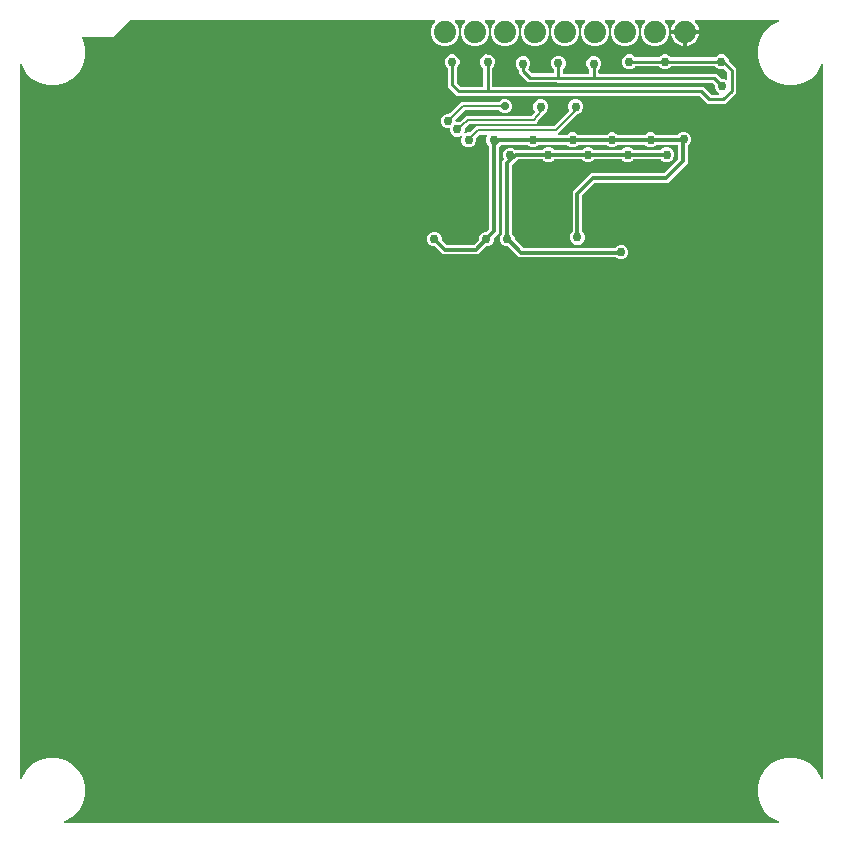
<source format=gbr>
G04 EAGLE Gerber RS-274X export*
G75*
%MOMM*%
%FSLAX34Y34*%
%LPD*%
%INBottom Copper*%
%IPPOS*%
%AMOC8*
5,1,8,0,0,1.08239X$1,22.5*%
G01*
%ADD10C,1.879600*%
%ADD11C,0.750000*%
%ADD12C,0.200000*%
%ADD13C,0.254000*%
%ADD14C,0.304800*%
%ADD15C,0.508000*%
%ADD16C,0.700000*%

G36*
X651900Y10165D02*
X651900Y10165D01*
X651924Y10162D01*
X652021Y10184D01*
X652119Y10200D01*
X652141Y10212D01*
X652164Y10217D01*
X652249Y10269D01*
X652337Y10316D01*
X652353Y10333D01*
X652374Y10346D01*
X652438Y10422D01*
X652506Y10494D01*
X652516Y10516D01*
X652532Y10534D01*
X652568Y10627D01*
X652610Y10717D01*
X652612Y10741D01*
X652621Y10763D01*
X652626Y10863D01*
X652637Y10961D01*
X652632Y10985D01*
X652633Y11009D01*
X652606Y11105D01*
X652584Y11202D01*
X652572Y11222D01*
X652565Y11246D01*
X652509Y11328D01*
X652458Y11413D01*
X652440Y11429D01*
X652426Y11448D01*
X652347Y11508D01*
X652271Y11573D01*
X652249Y11582D01*
X652230Y11596D01*
X652073Y11657D01*
X651823Y11724D01*
X645516Y15366D01*
X640366Y20516D01*
X636724Y26823D01*
X634839Y33858D01*
X634839Y41142D01*
X636724Y48177D01*
X640366Y54484D01*
X645516Y59634D01*
X651823Y63276D01*
X658858Y65161D01*
X666142Y65161D01*
X673177Y63276D01*
X679484Y59634D01*
X684634Y54484D01*
X688276Y48177D01*
X688343Y47927D01*
X688353Y47904D01*
X688357Y47881D01*
X688403Y47793D01*
X688444Y47702D01*
X688460Y47685D01*
X688472Y47663D01*
X688544Y47595D01*
X688611Y47522D01*
X688632Y47511D01*
X688650Y47494D01*
X688740Y47452D01*
X688827Y47405D01*
X688851Y47401D01*
X688873Y47390D01*
X688972Y47379D01*
X689070Y47362D01*
X689094Y47366D01*
X689117Y47363D01*
X689215Y47384D01*
X689313Y47399D01*
X689334Y47410D01*
X689358Y47416D01*
X689443Y47466D01*
X689531Y47512D01*
X689548Y47529D01*
X689569Y47542D01*
X689634Y47617D01*
X689703Y47689D01*
X689713Y47710D01*
X689729Y47729D01*
X689766Y47821D01*
X689809Y47910D01*
X689812Y47934D01*
X689821Y47957D01*
X689839Y48124D01*
X689839Y651876D01*
X689835Y651900D01*
X689838Y651924D01*
X689816Y652021D01*
X689800Y652119D01*
X689788Y652141D01*
X689783Y652164D01*
X689731Y652249D01*
X689684Y652337D01*
X689667Y652353D01*
X689654Y652374D01*
X689578Y652438D01*
X689506Y652506D01*
X689484Y652516D01*
X689466Y652532D01*
X689373Y652568D01*
X689283Y652610D01*
X689259Y652612D01*
X689237Y652621D01*
X689137Y652626D01*
X689039Y652637D01*
X689015Y652632D01*
X688991Y652633D01*
X688895Y652606D01*
X688798Y652584D01*
X688778Y652572D01*
X688754Y652565D01*
X688672Y652509D01*
X688587Y652458D01*
X688571Y652440D01*
X688552Y652426D01*
X688492Y652347D01*
X688427Y652271D01*
X688418Y652249D01*
X688404Y652230D01*
X688343Y652073D01*
X688276Y651823D01*
X684634Y645516D01*
X679484Y640366D01*
X673177Y636724D01*
X666142Y634839D01*
X658858Y634839D01*
X651823Y636724D01*
X645516Y640366D01*
X640366Y645516D01*
X636724Y651823D01*
X634839Y658858D01*
X634839Y666142D01*
X636724Y673177D01*
X640366Y679484D01*
X645516Y684634D01*
X651823Y688276D01*
X652073Y688343D01*
X652096Y688353D01*
X652119Y688357D01*
X652207Y688403D01*
X652298Y688444D01*
X652315Y688460D01*
X652337Y688472D01*
X652405Y688544D01*
X652478Y688611D01*
X652489Y688632D01*
X652506Y688650D01*
X652548Y688740D01*
X652595Y688827D01*
X652599Y688851D01*
X652610Y688873D01*
X652621Y688972D01*
X652638Y689070D01*
X652634Y689094D01*
X652637Y689117D01*
X652616Y689215D01*
X652601Y689313D01*
X652590Y689334D01*
X652584Y689358D01*
X652534Y689443D01*
X652488Y689531D01*
X652471Y689548D01*
X652458Y689569D01*
X652383Y689634D01*
X652311Y689703D01*
X652290Y689713D01*
X652271Y689729D01*
X652179Y689766D01*
X652090Y689809D01*
X652066Y689812D01*
X652043Y689821D01*
X651876Y689839D01*
X582082Y689839D01*
X582012Y689828D01*
X581940Y689826D01*
X581891Y689808D01*
X581840Y689800D01*
X581776Y689766D01*
X581709Y689741D01*
X581668Y689709D01*
X581622Y689684D01*
X581573Y689632D01*
X581517Y689588D01*
X581489Y689544D01*
X581453Y689506D01*
X581423Y689441D01*
X581384Y689381D01*
X581371Y689330D01*
X581349Y689283D01*
X581341Y689212D01*
X581324Y689142D01*
X581328Y689090D01*
X581322Y689039D01*
X581337Y688968D01*
X581343Y688897D01*
X581363Y688849D01*
X581374Y688798D01*
X581411Y688737D01*
X581439Y688671D01*
X581484Y688615D01*
X581501Y688587D01*
X581518Y688572D01*
X581544Y688540D01*
X582306Y687778D01*
X583411Y686257D01*
X584264Y684583D01*
X584845Y682796D01*
X585046Y681523D01*
X573962Y681523D01*
X573942Y681520D01*
X573923Y681522D01*
X573821Y681500D01*
X573719Y681483D01*
X573702Y681474D01*
X573682Y681470D01*
X573593Y681417D01*
X573502Y681368D01*
X573488Y681354D01*
X573471Y681344D01*
X573404Y681265D01*
X573333Y681190D01*
X573324Y681172D01*
X573311Y681157D01*
X573273Y681061D01*
X573229Y680967D01*
X573227Y680947D01*
X573219Y680929D01*
X573201Y680762D01*
X573201Y679999D01*
X573199Y679999D01*
X573199Y680762D01*
X573196Y680782D01*
X573198Y680801D01*
X573176Y680903D01*
X573159Y681005D01*
X573150Y681022D01*
X573146Y681042D01*
X573093Y681131D01*
X573044Y681222D01*
X573030Y681236D01*
X573020Y681253D01*
X572941Y681320D01*
X572866Y681391D01*
X572848Y681400D01*
X572833Y681413D01*
X572737Y681452D01*
X572643Y681495D01*
X572623Y681497D01*
X572605Y681505D01*
X572438Y681523D01*
X561354Y681523D01*
X561555Y682796D01*
X562136Y684583D01*
X562989Y686257D01*
X564094Y687778D01*
X564856Y688540D01*
X564898Y688598D01*
X564947Y688650D01*
X564969Y688697D01*
X564999Y688739D01*
X565020Y688808D01*
X565051Y688873D01*
X565056Y688925D01*
X565072Y688975D01*
X565070Y689046D01*
X565078Y689117D01*
X565067Y689168D01*
X565065Y689220D01*
X565041Y689288D01*
X565026Y689358D01*
X564999Y689403D01*
X564981Y689451D01*
X564936Y689507D01*
X564899Y689569D01*
X564860Y689603D01*
X564827Y689643D01*
X564767Y689682D01*
X564712Y689729D01*
X564664Y689748D01*
X564620Y689776D01*
X564551Y689794D01*
X564484Y689821D01*
X564413Y689829D01*
X564382Y689837D01*
X564358Y689835D01*
X564318Y689839D01*
X556682Y689839D01*
X556612Y689828D01*
X556540Y689826D01*
X556491Y689808D01*
X556440Y689800D01*
X556376Y689766D01*
X556309Y689741D01*
X556268Y689709D01*
X556222Y689684D01*
X556173Y689632D01*
X556117Y689588D01*
X556089Y689544D01*
X556053Y689506D01*
X556023Y689441D01*
X555984Y689381D01*
X555971Y689330D01*
X555949Y689283D01*
X555941Y689212D01*
X555924Y689142D01*
X555928Y689090D01*
X555922Y689039D01*
X555937Y688968D01*
X555943Y688897D01*
X555963Y688849D01*
X555974Y688798D01*
X556011Y688737D01*
X556039Y688671D01*
X556084Y688615D01*
X556101Y688587D01*
X556118Y688572D01*
X556144Y688540D01*
X557921Y686763D01*
X559739Y682375D01*
X559739Y677625D01*
X557921Y673237D01*
X554563Y669879D01*
X550175Y668061D01*
X545425Y668061D01*
X541037Y669879D01*
X537679Y673237D01*
X535861Y677625D01*
X535861Y682375D01*
X537679Y686763D01*
X539456Y688540D01*
X539498Y688598D01*
X539547Y688650D01*
X539569Y688697D01*
X539599Y688739D01*
X539620Y688808D01*
X539651Y688873D01*
X539656Y688925D01*
X539672Y688975D01*
X539670Y689046D01*
X539678Y689117D01*
X539667Y689168D01*
X539665Y689220D01*
X539641Y689288D01*
X539626Y689358D01*
X539599Y689403D01*
X539581Y689451D01*
X539536Y689507D01*
X539499Y689569D01*
X539460Y689603D01*
X539427Y689643D01*
X539367Y689682D01*
X539312Y689729D01*
X539264Y689748D01*
X539220Y689776D01*
X539151Y689794D01*
X539084Y689821D01*
X539013Y689829D01*
X538982Y689837D01*
X538958Y689835D01*
X538918Y689839D01*
X531282Y689839D01*
X531212Y689828D01*
X531140Y689826D01*
X531091Y689808D01*
X531040Y689800D01*
X530976Y689766D01*
X530909Y689741D01*
X530868Y689709D01*
X530822Y689684D01*
X530773Y689632D01*
X530717Y689588D01*
X530689Y689544D01*
X530653Y689506D01*
X530623Y689441D01*
X530584Y689381D01*
X530571Y689330D01*
X530549Y689283D01*
X530541Y689212D01*
X530524Y689142D01*
X530528Y689090D01*
X530522Y689039D01*
X530537Y688968D01*
X530543Y688897D01*
X530563Y688849D01*
X530574Y688798D01*
X530611Y688737D01*
X530639Y688671D01*
X530684Y688615D01*
X530701Y688587D01*
X530718Y688572D01*
X530744Y688540D01*
X532521Y686763D01*
X534339Y682375D01*
X534339Y677625D01*
X532521Y673237D01*
X529163Y669879D01*
X524775Y668061D01*
X520025Y668061D01*
X515637Y669879D01*
X512279Y673237D01*
X510461Y677625D01*
X510461Y682375D01*
X512279Y686763D01*
X514056Y688540D01*
X514098Y688598D01*
X514147Y688650D01*
X514169Y688697D01*
X514199Y688739D01*
X514220Y688808D01*
X514251Y688873D01*
X514256Y688925D01*
X514272Y688975D01*
X514270Y689046D01*
X514278Y689117D01*
X514267Y689168D01*
X514265Y689220D01*
X514241Y689288D01*
X514226Y689358D01*
X514199Y689403D01*
X514181Y689451D01*
X514136Y689507D01*
X514099Y689569D01*
X514060Y689603D01*
X514027Y689643D01*
X513967Y689682D01*
X513912Y689729D01*
X513864Y689748D01*
X513820Y689776D01*
X513751Y689794D01*
X513684Y689821D01*
X513613Y689829D01*
X513582Y689837D01*
X513558Y689835D01*
X513518Y689839D01*
X505882Y689839D01*
X505812Y689828D01*
X505740Y689826D01*
X505691Y689808D01*
X505640Y689800D01*
X505576Y689766D01*
X505509Y689741D01*
X505468Y689709D01*
X505422Y689684D01*
X505373Y689632D01*
X505317Y689588D01*
X505289Y689544D01*
X505253Y689506D01*
X505223Y689441D01*
X505184Y689381D01*
X505171Y689330D01*
X505149Y689283D01*
X505141Y689212D01*
X505124Y689142D01*
X505128Y689090D01*
X505122Y689039D01*
X505137Y688968D01*
X505143Y688897D01*
X505163Y688849D01*
X505174Y688798D01*
X505211Y688737D01*
X505239Y688671D01*
X505284Y688615D01*
X505301Y688587D01*
X505318Y688572D01*
X505344Y688540D01*
X507121Y686763D01*
X508939Y682375D01*
X508939Y677625D01*
X507121Y673237D01*
X503763Y669879D01*
X499375Y668061D01*
X494625Y668061D01*
X490237Y669879D01*
X486879Y673237D01*
X485061Y677625D01*
X485061Y682375D01*
X486879Y686763D01*
X488656Y688540D01*
X488698Y688598D01*
X488747Y688650D01*
X488769Y688697D01*
X488799Y688739D01*
X488820Y688808D01*
X488851Y688873D01*
X488856Y688925D01*
X488872Y688975D01*
X488870Y689046D01*
X488878Y689117D01*
X488867Y689168D01*
X488865Y689220D01*
X488841Y689288D01*
X488826Y689358D01*
X488799Y689403D01*
X488781Y689451D01*
X488736Y689507D01*
X488699Y689569D01*
X488660Y689603D01*
X488627Y689643D01*
X488567Y689682D01*
X488512Y689729D01*
X488464Y689748D01*
X488420Y689776D01*
X488351Y689794D01*
X488284Y689821D01*
X488213Y689829D01*
X488182Y689837D01*
X488158Y689835D01*
X488118Y689839D01*
X480482Y689839D01*
X480412Y689828D01*
X480340Y689826D01*
X480291Y689808D01*
X480240Y689800D01*
X480176Y689766D01*
X480109Y689741D01*
X480068Y689709D01*
X480022Y689684D01*
X479973Y689632D01*
X479917Y689588D01*
X479889Y689544D01*
X479853Y689506D01*
X479823Y689441D01*
X479784Y689381D01*
X479771Y689330D01*
X479749Y689283D01*
X479741Y689212D01*
X479724Y689142D01*
X479728Y689090D01*
X479722Y689039D01*
X479737Y688968D01*
X479743Y688897D01*
X479763Y688849D01*
X479774Y688798D01*
X479811Y688737D01*
X479839Y688671D01*
X479884Y688615D01*
X479901Y688587D01*
X479918Y688572D01*
X479944Y688540D01*
X481721Y686763D01*
X483539Y682375D01*
X483539Y677625D01*
X481721Y673237D01*
X478363Y669879D01*
X473975Y668061D01*
X469225Y668061D01*
X464837Y669879D01*
X461479Y673237D01*
X459661Y677625D01*
X459661Y682375D01*
X461479Y686763D01*
X463256Y688540D01*
X463298Y688598D01*
X463347Y688650D01*
X463369Y688697D01*
X463399Y688739D01*
X463420Y688808D01*
X463451Y688873D01*
X463456Y688925D01*
X463472Y688975D01*
X463470Y689046D01*
X463478Y689117D01*
X463467Y689168D01*
X463465Y689220D01*
X463441Y689288D01*
X463426Y689358D01*
X463399Y689403D01*
X463381Y689451D01*
X463336Y689507D01*
X463299Y689569D01*
X463260Y689603D01*
X463227Y689643D01*
X463167Y689682D01*
X463112Y689729D01*
X463064Y689748D01*
X463020Y689776D01*
X462951Y689794D01*
X462884Y689821D01*
X462813Y689829D01*
X462782Y689837D01*
X462758Y689835D01*
X462718Y689839D01*
X455082Y689839D01*
X455012Y689828D01*
X454940Y689826D01*
X454891Y689808D01*
X454840Y689800D01*
X454776Y689766D01*
X454709Y689741D01*
X454668Y689709D01*
X454622Y689684D01*
X454573Y689632D01*
X454517Y689588D01*
X454489Y689544D01*
X454453Y689506D01*
X454423Y689441D01*
X454384Y689381D01*
X454371Y689330D01*
X454349Y689283D01*
X454341Y689212D01*
X454324Y689142D01*
X454328Y689090D01*
X454322Y689039D01*
X454337Y688968D01*
X454343Y688897D01*
X454363Y688849D01*
X454374Y688798D01*
X454411Y688737D01*
X454439Y688671D01*
X454484Y688615D01*
X454501Y688587D01*
X454518Y688572D01*
X454544Y688540D01*
X456321Y686763D01*
X458139Y682375D01*
X458139Y677625D01*
X456321Y673237D01*
X452963Y669879D01*
X448575Y668061D01*
X443825Y668061D01*
X439437Y669879D01*
X436079Y673237D01*
X434261Y677625D01*
X434261Y682375D01*
X436079Y686763D01*
X437856Y688540D01*
X437898Y688598D01*
X437947Y688650D01*
X437969Y688697D01*
X437999Y688739D01*
X438020Y688808D01*
X438051Y688873D01*
X438056Y688925D01*
X438072Y688975D01*
X438070Y689046D01*
X438078Y689117D01*
X438067Y689168D01*
X438065Y689220D01*
X438041Y689288D01*
X438026Y689358D01*
X437999Y689403D01*
X437981Y689451D01*
X437936Y689507D01*
X437899Y689569D01*
X437860Y689603D01*
X437827Y689643D01*
X437767Y689682D01*
X437712Y689729D01*
X437664Y689748D01*
X437620Y689776D01*
X437551Y689794D01*
X437484Y689821D01*
X437413Y689829D01*
X437382Y689837D01*
X437358Y689835D01*
X437318Y689839D01*
X429682Y689839D01*
X429612Y689828D01*
X429540Y689826D01*
X429491Y689808D01*
X429440Y689800D01*
X429376Y689766D01*
X429309Y689741D01*
X429268Y689709D01*
X429222Y689684D01*
X429173Y689632D01*
X429117Y689588D01*
X429089Y689544D01*
X429053Y689506D01*
X429023Y689441D01*
X428984Y689381D01*
X428971Y689330D01*
X428949Y689283D01*
X428941Y689212D01*
X428924Y689142D01*
X428928Y689090D01*
X428922Y689039D01*
X428937Y688968D01*
X428943Y688897D01*
X428963Y688849D01*
X428974Y688798D01*
X429011Y688737D01*
X429039Y688671D01*
X429084Y688615D01*
X429101Y688587D01*
X429118Y688572D01*
X429144Y688540D01*
X430921Y686763D01*
X432739Y682375D01*
X432739Y677625D01*
X430921Y673237D01*
X427563Y669879D01*
X423175Y668061D01*
X418425Y668061D01*
X414037Y669879D01*
X410679Y673237D01*
X408861Y677625D01*
X408861Y682375D01*
X410679Y686763D01*
X412456Y688540D01*
X412498Y688598D01*
X412547Y688650D01*
X412569Y688697D01*
X412599Y688739D01*
X412620Y688808D01*
X412651Y688873D01*
X412656Y688925D01*
X412672Y688975D01*
X412670Y689046D01*
X412678Y689117D01*
X412667Y689168D01*
X412665Y689220D01*
X412641Y689288D01*
X412626Y689358D01*
X412599Y689403D01*
X412581Y689451D01*
X412536Y689507D01*
X412499Y689569D01*
X412460Y689603D01*
X412427Y689643D01*
X412367Y689682D01*
X412312Y689729D01*
X412264Y689748D01*
X412220Y689776D01*
X412151Y689794D01*
X412084Y689821D01*
X412013Y689829D01*
X411982Y689837D01*
X411958Y689835D01*
X411918Y689839D01*
X404282Y689839D01*
X404212Y689828D01*
X404140Y689826D01*
X404091Y689808D01*
X404040Y689800D01*
X403976Y689766D01*
X403909Y689741D01*
X403868Y689709D01*
X403822Y689684D01*
X403773Y689632D01*
X403717Y689588D01*
X403689Y689544D01*
X403653Y689506D01*
X403623Y689441D01*
X403584Y689381D01*
X403571Y689330D01*
X403549Y689283D01*
X403541Y689212D01*
X403524Y689142D01*
X403528Y689090D01*
X403522Y689039D01*
X403537Y688968D01*
X403543Y688897D01*
X403563Y688849D01*
X403574Y688798D01*
X403611Y688737D01*
X403639Y688671D01*
X403684Y688615D01*
X403701Y688587D01*
X403718Y688572D01*
X403744Y688540D01*
X405521Y686763D01*
X407339Y682375D01*
X407339Y677625D01*
X405521Y673237D01*
X402163Y669879D01*
X397775Y668061D01*
X393025Y668061D01*
X388637Y669879D01*
X385279Y673237D01*
X383461Y677625D01*
X383461Y682375D01*
X385279Y686763D01*
X387056Y688540D01*
X387098Y688598D01*
X387147Y688650D01*
X387169Y688697D01*
X387199Y688739D01*
X387220Y688808D01*
X387251Y688873D01*
X387256Y688925D01*
X387272Y688975D01*
X387270Y689046D01*
X387278Y689117D01*
X387267Y689168D01*
X387265Y689220D01*
X387241Y689288D01*
X387226Y689358D01*
X387199Y689403D01*
X387181Y689451D01*
X387136Y689507D01*
X387099Y689569D01*
X387060Y689603D01*
X387027Y689643D01*
X386967Y689682D01*
X386912Y689729D01*
X386864Y689748D01*
X386820Y689776D01*
X386751Y689794D01*
X386684Y689821D01*
X386613Y689829D01*
X386582Y689837D01*
X386558Y689835D01*
X386518Y689839D01*
X378882Y689839D01*
X378812Y689828D01*
X378740Y689826D01*
X378691Y689808D01*
X378640Y689800D01*
X378576Y689766D01*
X378509Y689741D01*
X378468Y689709D01*
X378422Y689684D01*
X378373Y689632D01*
X378317Y689588D01*
X378289Y689544D01*
X378253Y689506D01*
X378223Y689441D01*
X378184Y689381D01*
X378171Y689330D01*
X378149Y689283D01*
X378141Y689212D01*
X378124Y689142D01*
X378128Y689090D01*
X378122Y689039D01*
X378137Y688968D01*
X378143Y688897D01*
X378163Y688849D01*
X378174Y688798D01*
X378211Y688737D01*
X378239Y688671D01*
X378284Y688615D01*
X378301Y688587D01*
X378318Y688572D01*
X378344Y688540D01*
X380121Y686763D01*
X381939Y682375D01*
X381939Y677625D01*
X380121Y673237D01*
X376763Y669879D01*
X372375Y668061D01*
X367625Y668061D01*
X363237Y669879D01*
X359879Y673237D01*
X358061Y677625D01*
X358061Y682375D01*
X359879Y686763D01*
X361656Y688540D01*
X361698Y688598D01*
X361747Y688650D01*
X361769Y688697D01*
X361799Y688739D01*
X361820Y688808D01*
X361851Y688873D01*
X361856Y688925D01*
X361872Y688975D01*
X361870Y689046D01*
X361878Y689117D01*
X361867Y689168D01*
X361865Y689220D01*
X361841Y689288D01*
X361826Y689358D01*
X361799Y689403D01*
X361781Y689451D01*
X361736Y689507D01*
X361699Y689569D01*
X361660Y689603D01*
X361627Y689643D01*
X361567Y689682D01*
X361512Y689729D01*
X361464Y689748D01*
X361420Y689776D01*
X361351Y689794D01*
X361284Y689821D01*
X361213Y689829D01*
X361182Y689837D01*
X361158Y689835D01*
X361118Y689839D01*
X104078Y689839D01*
X103988Y689825D01*
X103897Y689817D01*
X103867Y689805D01*
X103835Y689800D01*
X103755Y689757D01*
X103671Y689721D01*
X103639Y689695D01*
X103618Y689684D01*
X103596Y689661D01*
X103540Y689616D01*
X89685Y675761D01*
X63102Y675761D01*
X63008Y675746D01*
X62913Y675737D01*
X62887Y675726D01*
X62859Y675722D01*
X62775Y675677D01*
X62688Y675639D01*
X62667Y675620D01*
X62642Y675606D01*
X62576Y675537D01*
X62506Y675473D01*
X62492Y675449D01*
X62472Y675428D01*
X62432Y675342D01*
X62386Y675258D01*
X62381Y675231D01*
X62369Y675205D01*
X62358Y675110D01*
X62341Y675017D01*
X62345Y674989D01*
X62342Y674961D01*
X62362Y674867D01*
X62375Y674773D01*
X62390Y674741D01*
X62394Y674720D01*
X62411Y674692D01*
X62443Y674619D01*
X63276Y673177D01*
X65161Y666142D01*
X65161Y658858D01*
X63276Y651823D01*
X59634Y645516D01*
X54484Y640366D01*
X48177Y636724D01*
X41142Y634839D01*
X33858Y634839D01*
X26823Y636724D01*
X20516Y640366D01*
X15366Y645516D01*
X11724Y651823D01*
X11657Y652073D01*
X11647Y652096D01*
X11643Y652119D01*
X11597Y652207D01*
X11556Y652298D01*
X11540Y652315D01*
X11528Y652337D01*
X11456Y652405D01*
X11389Y652478D01*
X11368Y652489D01*
X11350Y652506D01*
X11260Y652548D01*
X11173Y652595D01*
X11149Y652599D01*
X11127Y652610D01*
X11028Y652621D01*
X10930Y652638D01*
X10906Y652634D01*
X10883Y652637D01*
X10785Y652616D01*
X10687Y652601D01*
X10666Y652590D01*
X10642Y652584D01*
X10557Y652534D01*
X10469Y652488D01*
X10452Y652471D01*
X10431Y652458D01*
X10366Y652383D01*
X10297Y652311D01*
X10287Y652290D01*
X10271Y652271D01*
X10234Y652179D01*
X10191Y652090D01*
X10188Y652066D01*
X10179Y652043D01*
X10161Y651876D01*
X10161Y48124D01*
X10165Y48100D01*
X10162Y48076D01*
X10184Y47979D01*
X10200Y47881D01*
X10212Y47859D01*
X10217Y47836D01*
X10269Y47751D01*
X10316Y47663D01*
X10333Y47647D01*
X10346Y47626D01*
X10422Y47562D01*
X10494Y47494D01*
X10516Y47484D01*
X10534Y47468D01*
X10627Y47432D01*
X10717Y47390D01*
X10741Y47388D01*
X10763Y47379D01*
X10863Y47374D01*
X10961Y47363D01*
X10985Y47368D01*
X11009Y47367D01*
X11105Y47394D01*
X11202Y47416D01*
X11222Y47428D01*
X11246Y47435D01*
X11328Y47491D01*
X11413Y47542D01*
X11429Y47560D01*
X11448Y47574D01*
X11508Y47653D01*
X11573Y47729D01*
X11582Y47751D01*
X11596Y47770D01*
X11657Y47927D01*
X11724Y48177D01*
X15366Y54484D01*
X20516Y59634D01*
X26823Y63276D01*
X33858Y65161D01*
X41142Y65161D01*
X48177Y63276D01*
X54484Y59634D01*
X59634Y54484D01*
X63276Y48177D01*
X65161Y41142D01*
X65161Y33858D01*
X63276Y26823D01*
X59634Y20516D01*
X54484Y15366D01*
X48177Y11724D01*
X47927Y11657D01*
X47904Y11647D01*
X47881Y11643D01*
X47793Y11597D01*
X47702Y11556D01*
X47685Y11540D01*
X47663Y11528D01*
X47595Y11456D01*
X47522Y11389D01*
X47511Y11368D01*
X47494Y11350D01*
X47452Y11260D01*
X47405Y11173D01*
X47401Y11149D01*
X47390Y11127D01*
X47379Y11028D01*
X47362Y10930D01*
X47366Y10906D01*
X47363Y10883D01*
X47384Y10785D01*
X47399Y10687D01*
X47410Y10666D01*
X47416Y10642D01*
X47466Y10557D01*
X47512Y10469D01*
X47529Y10452D01*
X47542Y10431D01*
X47617Y10366D01*
X47689Y10297D01*
X47710Y10287D01*
X47729Y10271D01*
X47821Y10234D01*
X47910Y10191D01*
X47934Y10188D01*
X47957Y10179D01*
X48124Y10161D01*
X651876Y10161D01*
X651900Y10165D01*
G37*
%LPC*%
G36*
X368316Y491435D02*
X368316Y491435D01*
X365712Y494039D01*
X361765Y497986D01*
X361691Y498039D01*
X361622Y498099D01*
X361592Y498111D01*
X361566Y498130D01*
X361479Y498157D01*
X361394Y498191D01*
X361353Y498195D01*
X361331Y498202D01*
X361298Y498201D01*
X361227Y498209D01*
X359749Y498209D01*
X357437Y499167D01*
X355667Y500937D01*
X354709Y503249D01*
X354709Y505751D01*
X355667Y508063D01*
X357437Y509833D01*
X359749Y510791D01*
X362251Y510791D01*
X364563Y509833D01*
X366333Y508063D01*
X367291Y505751D01*
X367291Y504273D01*
X367305Y504183D01*
X367313Y504092D01*
X367325Y504062D01*
X367330Y504030D01*
X367373Y503950D01*
X367409Y503866D01*
X367435Y503834D01*
X367446Y503813D01*
X367469Y503791D01*
X367514Y503735D01*
X371461Y499788D01*
X371535Y499735D01*
X371604Y499675D01*
X371634Y499663D01*
X371660Y499644D01*
X371748Y499617D01*
X371832Y499583D01*
X371873Y499579D01*
X371896Y499572D01*
X371928Y499573D01*
X371999Y499565D01*
X394001Y499565D01*
X394091Y499579D01*
X394182Y499587D01*
X394212Y499599D01*
X394244Y499604D01*
X394324Y499647D01*
X394408Y499683D01*
X394440Y499709D01*
X394461Y499720D01*
X394483Y499743D01*
X394539Y499788D01*
X398486Y503735D01*
X398539Y503809D01*
X398599Y503878D01*
X398611Y503908D01*
X398630Y503934D01*
X398657Y504021D01*
X398691Y504106D01*
X398695Y504147D01*
X398702Y504169D01*
X398701Y504202D01*
X398709Y504273D01*
X398709Y505751D01*
X399667Y508063D01*
X401437Y509833D01*
X403749Y510791D01*
X405227Y510791D01*
X405317Y510805D01*
X405408Y510813D01*
X405438Y510825D01*
X405470Y510830D01*
X405550Y510873D01*
X405634Y510909D01*
X405666Y510935D01*
X405687Y510946D01*
X405709Y510969D01*
X405765Y511014D01*
X407212Y512461D01*
X407265Y512535D01*
X407325Y512604D01*
X407337Y512634D01*
X407356Y512660D01*
X407383Y512747D01*
X407417Y512832D01*
X407421Y512873D01*
X407428Y512895D01*
X407427Y512928D01*
X407435Y512999D01*
X407435Y582853D01*
X407421Y582943D01*
X407413Y583034D01*
X407401Y583064D01*
X407396Y583096D01*
X407353Y583176D01*
X407317Y583260D01*
X407291Y583292D01*
X407280Y583313D01*
X407257Y583335D01*
X407212Y583391D01*
X405667Y584937D01*
X404709Y587249D01*
X404709Y589751D01*
X405602Y591907D01*
X405613Y591951D01*
X405632Y591993D01*
X405640Y592070D01*
X405658Y592146D01*
X405654Y592192D01*
X405659Y592237D01*
X405642Y592314D01*
X405635Y592391D01*
X405616Y592433D01*
X405607Y592478D01*
X405567Y592545D01*
X405535Y592616D01*
X405504Y592650D01*
X405481Y592689D01*
X405421Y592740D01*
X405369Y592797D01*
X405329Y592819D01*
X405294Y592849D01*
X405221Y592878D01*
X405153Y592915D01*
X405108Y592924D01*
X405065Y592941D01*
X404930Y592956D01*
X404911Y592959D01*
X404906Y592958D01*
X404899Y592959D01*
X399701Y592959D01*
X399623Y592946D01*
X399544Y592943D01*
X399502Y592927D01*
X399458Y592920D01*
X399389Y592883D01*
X399315Y592854D01*
X399267Y592818D01*
X399241Y592804D01*
X399222Y592785D01*
X399181Y592753D01*
X396531Y590270D01*
X396468Y590188D01*
X396401Y590109D01*
X396394Y590091D01*
X396381Y590075D01*
X396348Y589977D01*
X396309Y589881D01*
X396306Y589857D01*
X396302Y589842D01*
X396301Y589810D01*
X396291Y589714D01*
X396291Y587249D01*
X395333Y584937D01*
X393563Y583167D01*
X391251Y582209D01*
X388749Y582209D01*
X386437Y583167D01*
X384667Y584937D01*
X383709Y587249D01*
X383709Y589751D01*
X384140Y590792D01*
X384157Y590862D01*
X384183Y590929D01*
X384185Y590981D01*
X384197Y591032D01*
X384190Y591103D01*
X384193Y591175D01*
X384178Y591225D01*
X384174Y591277D01*
X384144Y591342D01*
X384124Y591411D01*
X384095Y591454D01*
X384074Y591501D01*
X384025Y591554D01*
X383984Y591613D01*
X383942Y591644D01*
X383907Y591682D01*
X383844Y591717D01*
X383787Y591760D01*
X383737Y591776D01*
X383692Y591801D01*
X383621Y591814D01*
X383553Y591836D01*
X383501Y591836D01*
X383450Y591845D01*
X383379Y591834D01*
X383307Y591834D01*
X383238Y591814D01*
X383206Y591809D01*
X383185Y591798D01*
X383146Y591787D01*
X381751Y591209D01*
X379249Y591209D01*
X376937Y592167D01*
X375167Y593937D01*
X374209Y596249D01*
X374209Y597448D01*
X374206Y597468D01*
X374208Y597487D01*
X374186Y597589D01*
X374170Y597691D01*
X374160Y597708D01*
X374156Y597728D01*
X374103Y597817D01*
X374054Y597908D01*
X374040Y597922D01*
X374030Y597939D01*
X373951Y598006D01*
X373876Y598078D01*
X373858Y598086D01*
X373843Y598099D01*
X373747Y598138D01*
X373653Y598181D01*
X373633Y598183D01*
X373615Y598191D01*
X373448Y598209D01*
X371249Y598209D01*
X368937Y599167D01*
X367167Y600937D01*
X366209Y603249D01*
X366209Y605751D01*
X367167Y608063D01*
X368937Y609833D01*
X371249Y610791D01*
X373468Y610791D01*
X373558Y610805D01*
X373649Y610813D01*
X373679Y610825D01*
X373711Y610830D01*
X373791Y610873D01*
X373875Y610909D01*
X373907Y610935D01*
X373928Y610946D01*
X373950Y610969D01*
X374006Y611014D01*
X383533Y620541D01*
X415183Y620541D01*
X415273Y620555D01*
X415364Y620563D01*
X415393Y620575D01*
X415425Y620580D01*
X415506Y620623D01*
X415590Y620659D01*
X415622Y620685D01*
X415643Y620696D01*
X415665Y620719D01*
X415721Y620764D01*
X417078Y622121D01*
X419298Y623041D01*
X421702Y623041D01*
X423922Y622121D01*
X425621Y620422D01*
X426541Y618202D01*
X426541Y615798D01*
X425621Y613578D01*
X423922Y611879D01*
X421702Y610959D01*
X419298Y610959D01*
X417078Y611879D01*
X415721Y613236D01*
X415647Y613289D01*
X415577Y613349D01*
X415547Y613361D01*
X415521Y613380D01*
X415434Y613407D01*
X415349Y613441D01*
X415308Y613445D01*
X415286Y613452D01*
X415254Y613451D01*
X415183Y613459D01*
X386782Y613459D01*
X386692Y613445D01*
X386601Y613437D01*
X386571Y613425D01*
X386539Y613420D01*
X386459Y613377D01*
X386375Y613341D01*
X386343Y613315D01*
X386322Y613304D01*
X386300Y613281D01*
X386244Y613236D01*
X379014Y606006D01*
X378961Y605932D01*
X378901Y605863D01*
X378889Y605833D01*
X378870Y605807D01*
X378843Y605720D01*
X378833Y605693D01*
X378819Y605663D01*
X378818Y605657D01*
X378809Y605635D01*
X378805Y605594D01*
X378798Y605572D01*
X378799Y605539D01*
X378791Y605468D01*
X378791Y604552D01*
X378794Y604532D01*
X378792Y604513D01*
X378814Y604411D01*
X378830Y604309D01*
X378840Y604292D01*
X378844Y604272D01*
X378897Y604183D01*
X378946Y604092D01*
X378960Y604078D01*
X378970Y604061D01*
X379049Y603994D01*
X379124Y603922D01*
X379142Y603914D01*
X379157Y603901D01*
X379253Y603862D01*
X379347Y603819D01*
X379367Y603817D01*
X379385Y603809D01*
X379552Y603791D01*
X381807Y603791D01*
X381832Y603783D01*
X381861Y603783D01*
X381889Y603777D01*
X381983Y603786D01*
X382078Y603788D01*
X382105Y603797D01*
X382133Y603800D01*
X382220Y603838D01*
X382309Y603870D01*
X382339Y603891D01*
X382358Y603900D01*
X382382Y603922D01*
X382446Y603967D01*
X387053Y608062D01*
X387064Y608076D01*
X387086Y608093D01*
X388066Y609074D01*
X388107Y609080D01*
X388168Y609113D01*
X388198Y609123D01*
X389582Y609042D01*
X389599Y609044D01*
X389626Y609041D01*
X443021Y609041D01*
X443139Y609060D01*
X443259Y609079D01*
X443261Y609080D01*
X443264Y609080D01*
X443369Y609136D01*
X443477Y609192D01*
X443479Y609194D01*
X443481Y609196D01*
X443489Y609203D01*
X443599Y609307D01*
X445770Y611839D01*
X445788Y611869D01*
X445800Y611881D01*
X445814Y611911D01*
X445829Y611936D01*
X445891Y612032D01*
X445893Y612041D01*
X445898Y612049D01*
X445923Y612160D01*
X445951Y612271D01*
X445950Y612280D01*
X445952Y612289D01*
X445941Y612403D01*
X445932Y612516D01*
X445928Y612525D01*
X445927Y612534D01*
X445880Y612638D01*
X445835Y612742D01*
X445828Y612751D01*
X445825Y612758D01*
X445808Y612776D01*
X445731Y612873D01*
X445667Y612937D01*
X444709Y615249D01*
X444709Y617751D01*
X445667Y620063D01*
X447437Y621833D01*
X449749Y622791D01*
X452251Y622791D01*
X454563Y621833D01*
X456333Y620063D01*
X457291Y617751D01*
X457291Y615249D01*
X456333Y612937D01*
X454764Y611367D01*
X454711Y611293D01*
X454651Y611224D01*
X454639Y611194D01*
X454620Y611167D01*
X454596Y611088D01*
X453621Y610113D01*
X453608Y610096D01*
X453581Y610070D01*
X448724Y604404D01*
X448706Y604375D01*
X448696Y604364D01*
X448687Y604346D01*
X448651Y604303D01*
X448628Y604246D01*
X448596Y604194D01*
X448583Y604133D01*
X448559Y604075D01*
X448556Y604049D01*
X447620Y603113D01*
X447608Y603096D01*
X447581Y603070D01*
X446719Y602065D01*
X446679Y602048D01*
X446619Y602034D01*
X446567Y602000D01*
X446509Y601976D01*
X446489Y601959D01*
X445165Y601959D01*
X445144Y601956D01*
X445107Y601957D01*
X443787Y601855D01*
X443746Y601872D01*
X443694Y601904D01*
X443633Y601918D01*
X443575Y601941D01*
X443486Y601951D01*
X443454Y601958D01*
X443437Y601956D01*
X443409Y601959D01*
X391136Y601959D01*
X391068Y601948D01*
X390998Y601947D01*
X390947Y601928D01*
X390893Y601920D01*
X390832Y601887D01*
X390767Y601864D01*
X390704Y601820D01*
X390675Y601804D01*
X390661Y601789D01*
X390630Y601767D01*
X387046Y598582D01*
X386975Y598493D01*
X386901Y598407D01*
X386897Y598398D01*
X386891Y598391D01*
X386852Y598285D01*
X386809Y598179D01*
X386808Y598167D01*
X386805Y598160D01*
X386804Y598136D01*
X386791Y598013D01*
X386791Y596249D01*
X386360Y595208D01*
X386343Y595138D01*
X386317Y595071D01*
X386315Y595019D01*
X386303Y594968D01*
X386310Y594897D01*
X386307Y594825D01*
X386322Y594775D01*
X386326Y594723D01*
X386356Y594658D01*
X386376Y594589D01*
X386405Y594546D01*
X386426Y594499D01*
X386475Y594446D01*
X386516Y594387D01*
X386558Y594356D01*
X386593Y594318D01*
X386656Y594283D01*
X386713Y594240D01*
X386763Y594224D01*
X386808Y594199D01*
X386879Y594186D01*
X386947Y594164D01*
X386999Y594164D01*
X387050Y594155D01*
X387121Y594166D01*
X387193Y594166D01*
X387262Y594186D01*
X387294Y594191D01*
X387315Y594202D01*
X387354Y594213D01*
X388749Y594791D01*
X390699Y594791D01*
X390777Y594804D01*
X390856Y594807D01*
X390898Y594823D01*
X390942Y594830D01*
X391011Y594867D01*
X391085Y594896D01*
X391133Y594932D01*
X391159Y594946D01*
X391167Y594954D01*
X391170Y594956D01*
X391182Y594969D01*
X391219Y594997D01*
X395528Y599036D01*
X395534Y599043D01*
X395545Y599053D01*
X396581Y600088D01*
X398045Y600041D01*
X398054Y600042D01*
X398069Y600041D01*
X461681Y600041D01*
X461777Y600056D01*
X461873Y600065D01*
X461898Y600076D01*
X461924Y600080D01*
X462010Y600126D01*
X462098Y600165D01*
X462124Y600186D01*
X462142Y600196D01*
X462164Y600219D01*
X462227Y600272D01*
X474628Y613037D01*
X474692Y613128D01*
X474758Y613218D01*
X474762Y613229D01*
X474769Y613238D01*
X474800Y613345D01*
X474834Y613451D01*
X474834Y613463D01*
X474837Y613475D01*
X474833Y613585D01*
X474832Y613697D01*
X474828Y613711D01*
X474828Y613720D01*
X474818Y613745D01*
X474785Y613858D01*
X474209Y615249D01*
X474209Y617751D01*
X475167Y620063D01*
X476937Y621833D01*
X479249Y622791D01*
X481751Y622791D01*
X484063Y621833D01*
X485833Y620063D01*
X486791Y617751D01*
X486791Y615249D01*
X485833Y612937D01*
X484063Y611167D01*
X481901Y610271D01*
X481840Y610234D01*
X481776Y610205D01*
X481719Y610159D01*
X481692Y610142D01*
X481677Y610124D01*
X481646Y610098D01*
X467256Y595285D01*
X467207Y595215D01*
X467151Y595149D01*
X467147Y595140D01*
X466026Y594018D01*
X466023Y594015D01*
X466018Y594010D01*
X465868Y593856D01*
X465830Y593802D01*
X465785Y593754D01*
X465761Y593702D01*
X465728Y593655D01*
X465709Y593591D01*
X465681Y593531D01*
X465675Y593474D01*
X465659Y593418D01*
X465661Y593352D01*
X465654Y593287D01*
X465666Y593230D01*
X465669Y593173D01*
X465692Y593111D01*
X465706Y593046D01*
X465736Y592997D01*
X465756Y592943D01*
X465799Y592892D01*
X465833Y592835D01*
X465876Y592798D01*
X465913Y592753D01*
X465969Y592718D01*
X466019Y592675D01*
X466073Y592654D01*
X466122Y592623D01*
X466186Y592608D01*
X466248Y592583D01*
X466329Y592574D01*
X466361Y592567D01*
X466381Y592568D01*
X466414Y592565D01*
X472853Y592565D01*
X472943Y592579D01*
X473034Y592587D01*
X473064Y592599D01*
X473096Y592604D01*
X473176Y592647D01*
X473260Y592683D01*
X473292Y592709D01*
X473313Y592720D01*
X473335Y592743D01*
X473391Y592788D01*
X474437Y593833D01*
X476749Y594791D01*
X479251Y594791D01*
X481563Y593833D01*
X482609Y592788D01*
X482683Y592735D01*
X482752Y592675D01*
X482782Y592663D01*
X482809Y592644D01*
X482895Y592617D01*
X482980Y592583D01*
X483021Y592579D01*
X483044Y592572D01*
X483076Y592573D01*
X483147Y592565D01*
X506353Y592565D01*
X506443Y592579D01*
X506534Y592587D01*
X506564Y592599D01*
X506596Y592604D01*
X506676Y592647D01*
X506760Y592683D01*
X506792Y592709D01*
X506813Y592720D01*
X506835Y592743D01*
X506891Y592788D01*
X507937Y593833D01*
X510249Y594791D01*
X512751Y594791D01*
X515063Y593833D01*
X516109Y592788D01*
X516183Y592735D01*
X516252Y592675D01*
X516282Y592663D01*
X516309Y592644D01*
X516395Y592617D01*
X516480Y592583D01*
X516521Y592579D01*
X516544Y592572D01*
X516576Y592573D01*
X516647Y592565D01*
X538853Y592565D01*
X538943Y592579D01*
X539034Y592587D01*
X539064Y592599D01*
X539096Y592604D01*
X539176Y592647D01*
X539260Y592683D01*
X539292Y592709D01*
X539313Y592720D01*
X539335Y592743D01*
X539391Y592788D01*
X540437Y593833D01*
X542749Y594791D01*
X545251Y594791D01*
X547563Y593833D01*
X548609Y592788D01*
X548683Y592735D01*
X548752Y592675D01*
X548782Y592663D01*
X548808Y592644D01*
X548895Y592617D01*
X548980Y592583D01*
X549021Y592579D01*
X549044Y592572D01*
X549076Y592573D01*
X549147Y592565D01*
X566353Y592565D01*
X566443Y592579D01*
X566534Y592587D01*
X566564Y592599D01*
X566596Y592604D01*
X566676Y592647D01*
X566760Y592683D01*
X566792Y592709D01*
X566813Y592720D01*
X566835Y592743D01*
X566891Y592788D01*
X568437Y594333D01*
X570749Y595291D01*
X573251Y595291D01*
X575563Y594333D01*
X577333Y592563D01*
X578291Y590251D01*
X578291Y587749D01*
X577333Y585437D01*
X575788Y583891D01*
X575741Y583827D01*
X575726Y583810D01*
X575722Y583803D01*
X575675Y583748D01*
X575663Y583718D01*
X575644Y583691D01*
X575617Y583605D01*
X575583Y583520D01*
X575579Y583479D01*
X575572Y583456D01*
X575573Y583424D01*
X575565Y583353D01*
X575565Y568816D01*
X558632Y551883D01*
X496947Y551883D01*
X496857Y551869D01*
X496766Y551861D01*
X496736Y551849D01*
X496704Y551844D01*
X496624Y551801D01*
X496540Y551765D01*
X496508Y551739D01*
X496487Y551728D01*
X496465Y551705D01*
X496409Y551660D01*
X486288Y541539D01*
X486235Y541465D01*
X486175Y541396D01*
X486163Y541366D01*
X486144Y541340D01*
X486117Y541253D01*
X486083Y541168D01*
X486079Y541127D01*
X486072Y541104D01*
X486073Y541072D01*
X486065Y541001D01*
X486065Y511147D01*
X486079Y511057D01*
X486087Y510966D01*
X486099Y510936D01*
X486104Y510904D01*
X486147Y510824D01*
X486183Y510740D01*
X486209Y510708D01*
X486220Y510687D01*
X486243Y510665D01*
X486288Y510609D01*
X487333Y509563D01*
X488291Y507251D01*
X488291Y504749D01*
X487333Y502437D01*
X485563Y500667D01*
X483251Y499709D01*
X480749Y499709D01*
X478437Y500667D01*
X476667Y502437D01*
X475709Y504749D01*
X475709Y507251D01*
X476667Y509563D01*
X477712Y510609D01*
X477765Y510683D01*
X477825Y510752D01*
X477837Y510782D01*
X477856Y510809D01*
X477883Y510895D01*
X477917Y510980D01*
X477921Y511021D01*
X477928Y511044D01*
X477927Y511076D01*
X477935Y511147D01*
X477935Y544684D01*
X493264Y560013D01*
X554949Y560013D01*
X555039Y560027D01*
X555130Y560035D01*
X555160Y560047D01*
X555192Y560052D01*
X555272Y560095D01*
X555356Y560131D01*
X555388Y560157D01*
X555409Y560168D01*
X555431Y560191D01*
X555487Y560236D01*
X567212Y571961D01*
X567265Y572035D01*
X567325Y572104D01*
X567337Y572134D01*
X567356Y572160D01*
X567383Y572247D01*
X567417Y572332D01*
X567421Y572373D01*
X567428Y572396D01*
X567427Y572428D01*
X567435Y572499D01*
X567435Y583674D01*
X567432Y583694D01*
X567434Y583713D01*
X567412Y583815D01*
X567396Y583917D01*
X567386Y583934D01*
X567382Y583954D01*
X567329Y584043D01*
X567280Y584134D01*
X567266Y584148D01*
X567256Y584165D01*
X567177Y584232D01*
X567102Y584304D01*
X567084Y584312D01*
X567069Y584325D01*
X566973Y584364D01*
X566879Y584407D01*
X566859Y584409D01*
X566841Y584417D01*
X566674Y584435D01*
X549147Y584435D01*
X549057Y584421D01*
X548966Y584413D01*
X548936Y584401D01*
X548904Y584396D01*
X548824Y584353D01*
X548740Y584317D01*
X548708Y584291D01*
X548687Y584280D01*
X548665Y584257D01*
X548609Y584212D01*
X547563Y583167D01*
X545251Y582209D01*
X542749Y582209D01*
X540437Y583167D01*
X539391Y584212D01*
X539317Y584265D01*
X539248Y584325D01*
X539218Y584337D01*
X539191Y584356D01*
X539105Y584383D01*
X539020Y584417D01*
X538979Y584421D01*
X538956Y584428D01*
X538924Y584427D01*
X538853Y584435D01*
X516647Y584435D01*
X516557Y584421D01*
X516466Y584413D01*
X516436Y584401D01*
X516404Y584396D01*
X516324Y584353D01*
X516240Y584317D01*
X516208Y584291D01*
X516187Y584280D01*
X516165Y584257D01*
X516109Y584212D01*
X515063Y583167D01*
X512751Y582209D01*
X510249Y582209D01*
X507937Y583167D01*
X506891Y584212D01*
X506817Y584265D01*
X506748Y584325D01*
X506718Y584337D01*
X506691Y584356D01*
X506605Y584383D01*
X506520Y584417D01*
X506479Y584421D01*
X506456Y584428D01*
X506424Y584427D01*
X506353Y584435D01*
X483147Y584435D01*
X483057Y584421D01*
X482966Y584413D01*
X482936Y584401D01*
X482904Y584396D01*
X482824Y584353D01*
X482740Y584317D01*
X482708Y584291D01*
X482687Y584280D01*
X482665Y584257D01*
X482609Y584212D01*
X481563Y583167D01*
X479251Y582209D01*
X476749Y582209D01*
X474437Y583167D01*
X473391Y584212D01*
X473317Y584265D01*
X473248Y584325D01*
X473218Y584337D01*
X473191Y584356D01*
X473105Y584383D01*
X473020Y584417D01*
X472979Y584421D01*
X472956Y584428D01*
X472924Y584427D01*
X472853Y584435D01*
X449647Y584435D01*
X449557Y584421D01*
X449466Y584413D01*
X449436Y584401D01*
X449404Y584396D01*
X449324Y584353D01*
X449240Y584317D01*
X449208Y584291D01*
X449187Y584280D01*
X449165Y584257D01*
X449109Y584212D01*
X448063Y583167D01*
X445751Y582209D01*
X443249Y582209D01*
X440937Y583167D01*
X439891Y584212D01*
X439817Y584265D01*
X439748Y584325D01*
X439718Y584337D01*
X439691Y584356D01*
X439605Y584383D01*
X439520Y584417D01*
X439479Y584421D01*
X439456Y584428D01*
X439424Y584427D01*
X439353Y584435D01*
X417999Y584435D01*
X417909Y584421D01*
X417818Y584413D01*
X417788Y584401D01*
X417756Y584396D01*
X417676Y584353D01*
X417592Y584317D01*
X417559Y584291D01*
X417539Y584280D01*
X417517Y584257D01*
X417461Y584212D01*
X415788Y582539D01*
X415735Y582465D01*
X415675Y582396D01*
X415663Y582366D01*
X415644Y582340D01*
X415617Y582252D01*
X415583Y582168D01*
X415579Y582127D01*
X415572Y582104D01*
X415573Y582072D01*
X415565Y582001D01*
X415565Y509316D01*
X412961Y506712D01*
X411514Y505265D01*
X411461Y505191D01*
X411401Y505122D01*
X411389Y505092D01*
X411370Y505066D01*
X411343Y504979D01*
X411309Y504894D01*
X411305Y504853D01*
X411298Y504831D01*
X411299Y504798D01*
X411291Y504727D01*
X411291Y503249D01*
X410333Y500937D01*
X408563Y499167D01*
X406251Y498209D01*
X404773Y498209D01*
X404683Y498195D01*
X404592Y498187D01*
X404562Y498175D01*
X404530Y498170D01*
X404450Y498127D01*
X404366Y498091D01*
X404334Y498065D01*
X404313Y498054D01*
X404291Y498031D01*
X404235Y497986D01*
X400288Y494039D01*
X397684Y491435D01*
X368316Y491435D01*
G37*
%LPD*%
%LPC*%
G36*
X591922Y619189D02*
X591922Y619189D01*
X585644Y625466D01*
X585571Y625519D01*
X585501Y625579D01*
X585471Y625591D01*
X585445Y625610D01*
X585358Y625637D01*
X585273Y625671D01*
X585232Y625675D01*
X585210Y625682D01*
X585177Y625681D01*
X585106Y625689D01*
X379922Y625689D01*
X372189Y633422D01*
X372189Y649099D01*
X372175Y649189D01*
X372167Y649280D01*
X372155Y649310D01*
X372150Y649342D01*
X372107Y649422D01*
X372071Y649506D01*
X372045Y649538D01*
X372034Y649559D01*
X372011Y649581D01*
X371966Y649637D01*
X370667Y650937D01*
X369709Y653249D01*
X369709Y655751D01*
X370667Y658063D01*
X372437Y659833D01*
X374749Y660791D01*
X377251Y660791D01*
X379563Y659833D01*
X381333Y658063D01*
X382291Y655751D01*
X382291Y653249D01*
X381333Y650937D01*
X380034Y649637D01*
X379981Y649563D01*
X379921Y649494D01*
X379909Y649464D01*
X379890Y649438D01*
X379863Y649351D01*
X379829Y649266D01*
X379825Y649225D01*
X379818Y649202D01*
X379819Y649170D01*
X379811Y649099D01*
X379811Y636894D01*
X379825Y636804D01*
X379833Y636713D01*
X379845Y636683D01*
X379850Y636651D01*
X379893Y636570D01*
X379929Y636486D01*
X379955Y636454D01*
X379966Y636434D01*
X379989Y636411D01*
X380034Y636356D01*
X382856Y633534D01*
X382929Y633481D01*
X382999Y633421D01*
X383029Y633409D01*
X383055Y633390D01*
X383142Y633363D01*
X383227Y633329D01*
X383268Y633325D01*
X383290Y633318D01*
X383323Y633319D01*
X383394Y633311D01*
X401428Y633311D01*
X401448Y633314D01*
X401467Y633312D01*
X401569Y633334D01*
X401671Y633350D01*
X401688Y633360D01*
X401708Y633364D01*
X401797Y633417D01*
X401888Y633466D01*
X401902Y633480D01*
X401919Y633490D01*
X401986Y633569D01*
X402058Y633644D01*
X402066Y633662D01*
X402079Y633677D01*
X402118Y633773D01*
X402161Y633867D01*
X402163Y633887D01*
X402171Y633905D01*
X402189Y634072D01*
X402189Y649099D01*
X402175Y649189D01*
X402167Y649280D01*
X402155Y649310D01*
X402150Y649342D01*
X402107Y649422D01*
X402071Y649506D01*
X402045Y649538D01*
X402034Y649559D01*
X402011Y649581D01*
X401966Y649637D01*
X400667Y650937D01*
X399709Y653249D01*
X399709Y655751D01*
X400667Y658063D01*
X402437Y659833D01*
X404749Y660791D01*
X407251Y660791D01*
X409563Y659833D01*
X411333Y658063D01*
X412291Y655751D01*
X412291Y653249D01*
X411333Y650937D01*
X410034Y649637D01*
X409981Y649563D01*
X409921Y649494D01*
X409909Y649464D01*
X409890Y649438D01*
X409863Y649351D01*
X409829Y649266D01*
X409825Y649225D01*
X409818Y649202D01*
X409819Y649170D01*
X409811Y649099D01*
X409811Y634072D01*
X409814Y634052D01*
X409812Y634033D01*
X409834Y633931D01*
X409850Y633829D01*
X409860Y633812D01*
X409864Y633792D01*
X409917Y633703D01*
X409966Y633612D01*
X409980Y633598D01*
X409990Y633581D01*
X410069Y633514D01*
X410144Y633442D01*
X410162Y633434D01*
X410177Y633421D01*
X410273Y633382D01*
X410367Y633339D01*
X410387Y633337D01*
X410405Y633329D01*
X410572Y633311D01*
X588578Y633311D01*
X594856Y627034D01*
X594929Y626981D01*
X594999Y626921D01*
X595029Y626909D01*
X595055Y626890D01*
X595142Y626863D01*
X595227Y626829D01*
X595268Y626825D01*
X595290Y626818D01*
X595323Y626819D01*
X595394Y626811D01*
X601591Y626811D01*
X601687Y626826D01*
X601784Y626836D01*
X601808Y626846D01*
X601834Y626850D01*
X601920Y626896D01*
X602009Y626936D01*
X602028Y626953D01*
X602051Y626966D01*
X602118Y627036D01*
X602190Y627102D01*
X602202Y627125D01*
X602220Y627144D01*
X602261Y627232D01*
X602308Y627318D01*
X602313Y627343D01*
X602324Y627367D01*
X602335Y627464D01*
X602352Y627560D01*
X602348Y627586D01*
X602351Y627611D01*
X602330Y627707D01*
X602316Y627803D01*
X602304Y627826D01*
X602299Y627852D01*
X602249Y627936D01*
X602205Y628022D01*
X602186Y628040D01*
X602173Y628063D01*
X602099Y628126D01*
X602029Y628194D01*
X602001Y628210D01*
X601986Y628223D01*
X601955Y628235D01*
X601882Y628275D01*
X600937Y628667D01*
X599167Y630437D01*
X598209Y632749D01*
X598209Y634586D01*
X598195Y634676D01*
X598187Y634767D01*
X598175Y634797D01*
X598170Y634829D01*
X598127Y634910D01*
X598091Y634994D01*
X598065Y635026D01*
X598054Y635046D01*
X598031Y635069D01*
X597986Y635124D01*
X596644Y636466D01*
X596571Y636519D01*
X596501Y636579D01*
X596471Y636591D01*
X596445Y636610D01*
X596358Y636637D01*
X596273Y636671D01*
X596232Y636675D01*
X596210Y636682D01*
X596177Y636681D01*
X596106Y636689D01*
X464922Y636689D01*
X464645Y636966D01*
X464570Y637020D01*
X464501Y637079D01*
X464471Y637091D01*
X464445Y637110D01*
X464358Y637137D01*
X464273Y637171D01*
X464232Y637175D01*
X464210Y637182D01*
X464178Y637181D01*
X464106Y637189D01*
X440422Y637189D01*
X432189Y645422D01*
X432189Y647599D01*
X432175Y647689D01*
X432167Y647780D01*
X432155Y647810D01*
X432150Y647842D01*
X432107Y647922D01*
X432071Y648006D01*
X432045Y648038D01*
X432034Y648059D01*
X432011Y648081D01*
X431966Y648137D01*
X430667Y649437D01*
X429709Y651749D01*
X429709Y654251D01*
X430667Y656563D01*
X432437Y658333D01*
X434749Y659291D01*
X437251Y659291D01*
X439563Y658333D01*
X441333Y656563D01*
X442291Y654251D01*
X442291Y651749D01*
X441333Y649437D01*
X440681Y648785D01*
X440669Y648769D01*
X440654Y648756D01*
X440598Y648669D01*
X440538Y648585D01*
X440532Y648566D01*
X440521Y648549D01*
X440496Y648449D01*
X440465Y648350D01*
X440466Y648330D01*
X440461Y648311D01*
X440469Y648208D01*
X440472Y648104D01*
X440478Y648085D01*
X440480Y648065D01*
X440520Y647971D01*
X440556Y647873D01*
X440569Y647857D01*
X440576Y647839D01*
X440681Y647708D01*
X443356Y645034D01*
X443429Y644981D01*
X443499Y644921D01*
X443529Y644909D01*
X443555Y644890D01*
X443642Y644863D01*
X443727Y644829D01*
X443768Y644825D01*
X443790Y644818D01*
X443823Y644819D01*
X443894Y644811D01*
X461428Y644811D01*
X461448Y644814D01*
X461467Y644812D01*
X461569Y644834D01*
X461671Y644850D01*
X461688Y644860D01*
X461708Y644864D01*
X461797Y644917D01*
X461888Y644966D01*
X461902Y644980D01*
X461919Y644990D01*
X461986Y645069D01*
X462058Y645144D01*
X462066Y645162D01*
X462079Y645177D01*
X462118Y645273D01*
X462161Y645367D01*
X462163Y645387D01*
X462171Y645405D01*
X462189Y645572D01*
X462189Y648099D01*
X462187Y648114D01*
X462188Y648128D01*
X462174Y648192D01*
X462167Y648280D01*
X462155Y648310D01*
X462150Y648342D01*
X462136Y648367D01*
X462136Y648368D01*
X462132Y648374D01*
X462107Y648422D01*
X462071Y648506D01*
X462045Y648538D01*
X462034Y648559D01*
X462011Y648581D01*
X461966Y648637D01*
X460667Y649937D01*
X459709Y652249D01*
X459709Y654751D01*
X460667Y657063D01*
X462437Y658833D01*
X464749Y659791D01*
X467251Y659791D01*
X469563Y658833D01*
X471333Y657063D01*
X472291Y654751D01*
X472291Y652249D01*
X471333Y649937D01*
X470034Y648637D01*
X469981Y648563D01*
X469921Y648494D01*
X469909Y648464D01*
X469890Y648437D01*
X469863Y648351D01*
X469850Y648317D01*
X469839Y648293D01*
X469838Y648288D01*
X469829Y648266D01*
X469825Y648225D01*
X469818Y648202D01*
X469819Y648170D01*
X469811Y648099D01*
X469811Y645072D01*
X469814Y645052D01*
X469812Y645033D01*
X469834Y644931D01*
X469850Y644829D01*
X469860Y644812D01*
X469864Y644792D01*
X469917Y644703D01*
X469966Y644612D01*
X469980Y644598D01*
X469990Y644581D01*
X470069Y644514D01*
X470144Y644442D01*
X470162Y644434D01*
X470177Y644421D01*
X470273Y644382D01*
X470367Y644339D01*
X470387Y644337D01*
X470405Y644329D01*
X470572Y644311D01*
X491428Y644311D01*
X491448Y644314D01*
X491467Y644312D01*
X491569Y644334D01*
X491671Y644350D01*
X491688Y644360D01*
X491708Y644364D01*
X491797Y644417D01*
X491888Y644466D01*
X491902Y644480D01*
X491919Y644490D01*
X491986Y644569D01*
X492058Y644644D01*
X492066Y644662D01*
X492079Y644677D01*
X492117Y644773D01*
X492161Y644867D01*
X492163Y644887D01*
X492171Y644905D01*
X492189Y645072D01*
X492189Y647599D01*
X492175Y647689D01*
X492167Y647780D01*
X492155Y647810D01*
X492150Y647842D01*
X492107Y647922D01*
X492071Y648006D01*
X492045Y648038D01*
X492034Y648059D01*
X492011Y648081D01*
X491966Y648137D01*
X490667Y649437D01*
X489709Y651749D01*
X489709Y654251D01*
X490667Y656563D01*
X492437Y658333D01*
X494749Y659291D01*
X497251Y659291D01*
X499563Y658333D01*
X501333Y656563D01*
X502291Y654251D01*
X502291Y651749D01*
X501333Y649437D01*
X500034Y648137D01*
X499981Y648063D01*
X499921Y647994D01*
X499909Y647964D01*
X499890Y647937D01*
X499863Y647851D01*
X499829Y647766D01*
X499825Y647725D01*
X499818Y647702D01*
X499819Y647670D01*
X499811Y647599D01*
X499811Y645072D01*
X499814Y645052D01*
X499812Y645033D01*
X499834Y644931D01*
X499850Y644829D01*
X499860Y644812D01*
X499864Y644792D01*
X499917Y644703D01*
X499966Y644612D01*
X499980Y644598D01*
X499990Y644581D01*
X500069Y644514D01*
X500144Y644442D01*
X500162Y644434D01*
X500177Y644421D01*
X500273Y644382D01*
X500367Y644339D01*
X500387Y644337D01*
X500405Y644329D01*
X500572Y644311D01*
X599578Y644311D01*
X603376Y640514D01*
X603449Y640461D01*
X603519Y640401D01*
X603549Y640389D01*
X603575Y640370D01*
X603662Y640343D01*
X603747Y640309D01*
X603788Y640305D01*
X603810Y640298D01*
X603843Y640299D01*
X603914Y640291D01*
X605751Y640291D01*
X607637Y639510D01*
X607681Y639499D01*
X607723Y639480D01*
X607800Y639471D01*
X607876Y639454D01*
X607922Y639458D01*
X607967Y639453D01*
X608044Y639469D01*
X608121Y639477D01*
X608163Y639495D01*
X608208Y639505D01*
X608275Y639545D01*
X608346Y639577D01*
X608380Y639608D01*
X608419Y639631D01*
X608470Y639690D01*
X608527Y639743D01*
X608549Y639783D01*
X608579Y639818D01*
X608608Y639890D01*
X608645Y639959D01*
X608654Y640004D01*
X608671Y640046D01*
X608686Y640182D01*
X608689Y640201D01*
X608688Y640206D01*
X608689Y640213D01*
X608689Y645606D01*
X608675Y645696D01*
X608667Y645787D01*
X608655Y645817D01*
X608650Y645849D01*
X608607Y645929D01*
X608571Y646014D01*
X608545Y646046D01*
X608534Y646066D01*
X608511Y646088D01*
X608466Y646144D01*
X606424Y648187D01*
X606330Y648254D01*
X606236Y648324D01*
X606230Y648326D01*
X606225Y648330D01*
X606113Y648364D01*
X606002Y648401D01*
X605995Y648401D01*
X605989Y648402D01*
X605873Y648399D01*
X605756Y648398D01*
X605749Y648396D01*
X605744Y648396D01*
X605726Y648390D01*
X605595Y648352D01*
X605251Y648209D01*
X602749Y648209D01*
X600437Y649167D01*
X599137Y650466D01*
X599063Y650519D01*
X598994Y650579D01*
X598964Y650591D01*
X598937Y650610D01*
X598851Y650637D01*
X598766Y650671D01*
X598725Y650675D01*
X598702Y650682D01*
X598670Y650681D01*
X598599Y650689D01*
X561401Y650689D01*
X561311Y650675D01*
X561220Y650667D01*
X561190Y650655D01*
X561158Y650650D01*
X561078Y650607D01*
X560994Y650571D01*
X560962Y650545D01*
X560941Y650534D01*
X560919Y650511D01*
X560863Y650466D01*
X559563Y649167D01*
X557251Y648209D01*
X554749Y648209D01*
X552437Y649167D01*
X551137Y650466D01*
X551063Y650519D01*
X550994Y650579D01*
X550964Y650591D01*
X550937Y650610D01*
X550851Y650637D01*
X550766Y650671D01*
X550725Y650675D01*
X550702Y650682D01*
X550670Y650681D01*
X550599Y650689D01*
X531401Y650689D01*
X531311Y650675D01*
X531220Y650667D01*
X531190Y650655D01*
X531158Y650650D01*
X531078Y650607D01*
X530994Y650571D01*
X530962Y650545D01*
X530941Y650534D01*
X530919Y650511D01*
X530863Y650466D01*
X529563Y649167D01*
X527251Y648209D01*
X524749Y648209D01*
X522437Y649167D01*
X520667Y650937D01*
X519709Y653249D01*
X519709Y655751D01*
X520667Y658063D01*
X522437Y659833D01*
X524749Y660791D01*
X527251Y660791D01*
X529563Y659833D01*
X530863Y658534D01*
X530937Y658481D01*
X531006Y658421D01*
X531036Y658409D01*
X531062Y658390D01*
X531149Y658363D01*
X531234Y658329D01*
X531275Y658325D01*
X531298Y658318D01*
X531330Y658319D01*
X531401Y658311D01*
X550599Y658311D01*
X550689Y658325D01*
X550780Y658333D01*
X550810Y658345D01*
X550842Y658350D01*
X550922Y658393D01*
X551006Y658429D01*
X551038Y658455D01*
X551059Y658466D01*
X551081Y658489D01*
X551137Y658534D01*
X552437Y659833D01*
X554749Y660791D01*
X557251Y660791D01*
X559563Y659833D01*
X560863Y658534D01*
X560937Y658481D01*
X561006Y658421D01*
X561036Y658409D01*
X561063Y658390D01*
X561149Y658363D01*
X561234Y658329D01*
X561275Y658325D01*
X561298Y658318D01*
X561330Y658319D01*
X561401Y658311D01*
X598599Y658311D01*
X598689Y658325D01*
X598780Y658333D01*
X598810Y658345D01*
X598842Y658350D01*
X598922Y658393D01*
X599006Y658429D01*
X599038Y658455D01*
X599059Y658466D01*
X599081Y658489D01*
X599137Y658534D01*
X600437Y659833D01*
X602749Y660791D01*
X605251Y660791D01*
X607563Y659833D01*
X609333Y658063D01*
X610291Y655751D01*
X610291Y655414D01*
X610305Y655324D01*
X610313Y655233D01*
X610325Y655203D01*
X610330Y655171D01*
X610373Y655090D01*
X610409Y655006D01*
X610435Y654974D01*
X610446Y654954D01*
X610469Y654931D01*
X610514Y654876D01*
X616311Y649078D01*
X616311Y628422D01*
X613856Y625966D01*
X609534Y621645D01*
X609534Y621644D01*
X607078Y619189D01*
X591922Y619189D01*
G37*
%LPD*%
%LPC*%
G36*
X517749Y487209D02*
X517749Y487209D01*
X515437Y488167D01*
X514891Y488712D01*
X514817Y488765D01*
X514748Y488825D01*
X514718Y488837D01*
X514691Y488856D01*
X514605Y488883D01*
X514520Y488917D01*
X514479Y488921D01*
X514456Y488928D01*
X514424Y488927D01*
X514353Y488935D01*
X432816Y488935D01*
X423765Y497986D01*
X423691Y498039D01*
X423622Y498099D01*
X423592Y498111D01*
X423566Y498130D01*
X423479Y498157D01*
X423394Y498191D01*
X423353Y498195D01*
X423330Y498202D01*
X423298Y498201D01*
X423227Y498209D01*
X421249Y498209D01*
X418937Y499167D01*
X417167Y500937D01*
X416209Y503249D01*
X416209Y505751D01*
X417167Y508063D01*
X418212Y509109D01*
X418265Y509183D01*
X418325Y509252D01*
X418337Y509282D01*
X418356Y509309D01*
X418383Y509395D01*
X418417Y509480D01*
X418421Y509521D01*
X418428Y509544D01*
X418427Y509576D01*
X418435Y509647D01*
X418435Y570184D01*
X419460Y571208D01*
X419527Y571302D01*
X419598Y571397D01*
X419600Y571403D01*
X419603Y571408D01*
X419638Y571519D01*
X419674Y571631D01*
X419674Y571637D01*
X419676Y571643D01*
X419673Y571760D01*
X419672Y571877D01*
X419670Y571884D01*
X419669Y571889D01*
X419663Y571907D01*
X419625Y572038D01*
X418709Y574249D01*
X418709Y576751D01*
X419667Y579063D01*
X421437Y580833D01*
X423749Y581791D01*
X426251Y581791D01*
X428563Y580833D01*
X429109Y580288D01*
X429183Y580234D01*
X429252Y580175D01*
X429282Y580163D01*
X429308Y580144D01*
X429395Y580117D01*
X429480Y580083D01*
X429521Y580079D01*
X429544Y580072D01*
X429576Y580073D01*
X429647Y580065D01*
X452353Y580065D01*
X452443Y580079D01*
X452534Y580087D01*
X452564Y580099D01*
X452596Y580104D01*
X452676Y580147D01*
X452760Y580183D01*
X452792Y580209D01*
X452813Y580220D01*
X452835Y580243D01*
X452891Y580288D01*
X453937Y581333D01*
X456249Y582291D01*
X458751Y582291D01*
X461063Y581333D01*
X462109Y580288D01*
X462183Y580235D01*
X462252Y580175D01*
X462282Y580163D01*
X462309Y580144D01*
X462395Y580117D01*
X462480Y580083D01*
X462521Y580079D01*
X462544Y580072D01*
X462576Y580073D01*
X462647Y580065D01*
X485853Y580065D01*
X485943Y580079D01*
X486034Y580087D01*
X486064Y580099D01*
X486096Y580104D01*
X486176Y580147D01*
X486260Y580183D01*
X486292Y580209D01*
X486313Y580220D01*
X486335Y580243D01*
X486391Y580288D01*
X487437Y581333D01*
X489749Y582291D01*
X492251Y582291D01*
X494563Y581333D01*
X495609Y580288D01*
X495683Y580235D01*
X495752Y580175D01*
X495782Y580163D01*
X495809Y580144D01*
X495895Y580117D01*
X495980Y580083D01*
X496021Y580079D01*
X496044Y580072D01*
X496076Y580073D01*
X496147Y580065D01*
X519353Y580065D01*
X519443Y580079D01*
X519534Y580087D01*
X519564Y580099D01*
X519596Y580104D01*
X519676Y580147D01*
X519760Y580183D01*
X519792Y580209D01*
X519813Y580220D01*
X519835Y580243D01*
X519891Y580288D01*
X520937Y581333D01*
X523249Y582291D01*
X525751Y582291D01*
X528063Y581333D01*
X529109Y580288D01*
X529183Y580235D01*
X529252Y580175D01*
X529282Y580163D01*
X529309Y580144D01*
X529395Y580117D01*
X529480Y580083D01*
X529521Y580079D01*
X529544Y580072D01*
X529576Y580073D01*
X529647Y580065D01*
X552353Y580065D01*
X552443Y580079D01*
X552534Y580087D01*
X552564Y580099D01*
X552596Y580104D01*
X552676Y580147D01*
X552760Y580183D01*
X552792Y580209D01*
X552813Y580220D01*
X552835Y580243D01*
X552891Y580288D01*
X553937Y581333D01*
X556249Y582291D01*
X558751Y582291D01*
X561063Y581333D01*
X562833Y579563D01*
X563791Y577251D01*
X563791Y574749D01*
X562833Y572437D01*
X561063Y570667D01*
X558751Y569709D01*
X556249Y569709D01*
X553937Y570667D01*
X552891Y571712D01*
X552817Y571765D01*
X552748Y571825D01*
X552718Y571837D01*
X552691Y571856D01*
X552605Y571883D01*
X552520Y571917D01*
X552479Y571921D01*
X552456Y571928D01*
X552424Y571927D01*
X552353Y571935D01*
X529647Y571935D01*
X529557Y571921D01*
X529466Y571913D01*
X529436Y571901D01*
X529404Y571896D01*
X529324Y571853D01*
X529240Y571817D01*
X529208Y571791D01*
X529187Y571780D01*
X529165Y571757D01*
X529109Y571712D01*
X528063Y570667D01*
X525751Y569709D01*
X523249Y569709D01*
X520937Y570667D01*
X519891Y571712D01*
X519817Y571765D01*
X519748Y571825D01*
X519718Y571837D01*
X519692Y571856D01*
X519605Y571883D01*
X519520Y571917D01*
X519479Y571921D01*
X519456Y571928D01*
X519424Y571927D01*
X519353Y571935D01*
X496147Y571935D01*
X496057Y571921D01*
X495966Y571913D01*
X495936Y571901D01*
X495904Y571896D01*
X495824Y571853D01*
X495740Y571817D01*
X495708Y571791D01*
X495687Y571780D01*
X495665Y571757D01*
X495609Y571712D01*
X494563Y570667D01*
X492251Y569709D01*
X489749Y569709D01*
X487437Y570667D01*
X486391Y571712D01*
X486317Y571765D01*
X486248Y571825D01*
X486218Y571837D01*
X486191Y571856D01*
X486105Y571883D01*
X486020Y571917D01*
X485979Y571921D01*
X485956Y571928D01*
X485924Y571927D01*
X485853Y571935D01*
X462647Y571935D01*
X462557Y571921D01*
X462466Y571913D01*
X462436Y571901D01*
X462404Y571896D01*
X462324Y571853D01*
X462240Y571817D01*
X462208Y571791D01*
X462187Y571780D01*
X462165Y571757D01*
X462109Y571712D01*
X461063Y570667D01*
X458751Y569709D01*
X456249Y569709D01*
X453937Y570667D01*
X452891Y571712D01*
X452817Y571765D01*
X452748Y571825D01*
X452718Y571837D01*
X452691Y571856D01*
X452605Y571883D01*
X452520Y571917D01*
X452479Y571921D01*
X452456Y571928D01*
X452424Y571927D01*
X452353Y571935D01*
X431999Y571935D01*
X431909Y571921D01*
X431818Y571913D01*
X431788Y571901D01*
X431756Y571896D01*
X431676Y571853D01*
X431592Y571817D01*
X431560Y571791D01*
X431539Y571780D01*
X431517Y571757D01*
X431461Y571712D01*
X426788Y567039D01*
X426735Y566965D01*
X426675Y566896D01*
X426663Y566866D01*
X426644Y566840D01*
X426617Y566753D01*
X426583Y566668D01*
X426579Y566627D01*
X426572Y566604D01*
X426573Y566572D01*
X426565Y566501D01*
X426565Y509647D01*
X426579Y509557D01*
X426587Y509466D01*
X426599Y509436D01*
X426604Y509404D01*
X426647Y509324D01*
X426683Y509240D01*
X426709Y509208D01*
X426720Y509187D01*
X426743Y509165D01*
X426788Y509109D01*
X427833Y508063D01*
X428791Y505751D01*
X428791Y504773D01*
X428805Y504683D01*
X428813Y504592D01*
X428825Y504562D01*
X428830Y504530D01*
X428873Y504450D01*
X428909Y504366D01*
X428935Y504334D01*
X428946Y504313D01*
X428969Y504291D01*
X429014Y504235D01*
X435961Y497288D01*
X436035Y497235D01*
X436104Y497175D01*
X436134Y497163D01*
X436160Y497144D01*
X436247Y497117D01*
X436332Y497083D01*
X436373Y497079D01*
X436396Y497072D01*
X436428Y497073D01*
X436499Y497065D01*
X513353Y497065D01*
X513443Y497079D01*
X513534Y497087D01*
X513564Y497099D01*
X513596Y497104D01*
X513676Y497147D01*
X513760Y497183D01*
X513792Y497209D01*
X513813Y497220D01*
X513835Y497243D01*
X513891Y497288D01*
X515437Y498833D01*
X517749Y499791D01*
X520251Y499791D01*
X522563Y498833D01*
X524333Y497063D01*
X525291Y494751D01*
X525291Y492249D01*
X524333Y489937D01*
X522563Y488167D01*
X520251Y487209D01*
X517749Y487209D01*
G37*
%LPD*%
%LPC*%
G36*
X574723Y678477D02*
X574723Y678477D01*
X585046Y678477D01*
X584845Y677204D01*
X584264Y675417D01*
X583411Y673743D01*
X582306Y672222D01*
X580978Y670894D01*
X579457Y669789D01*
X577783Y668936D01*
X575996Y668355D01*
X574723Y668154D01*
X574723Y678477D01*
G37*
%LPD*%
%LPC*%
G36*
X570404Y668355D02*
X570404Y668355D01*
X568617Y668936D01*
X566943Y669789D01*
X565422Y670894D01*
X564094Y672222D01*
X562989Y673743D01*
X562136Y675417D01*
X561555Y677204D01*
X561354Y678477D01*
X571677Y678477D01*
X571677Y668154D01*
X570404Y668355D01*
G37*
%LPD*%
D10*
X370000Y680000D03*
X395400Y680000D03*
X420800Y680000D03*
X446200Y680000D03*
X471600Y680000D03*
X497000Y680000D03*
X522400Y680000D03*
X547800Y680000D03*
X573200Y680000D03*
D11*
X548000Y663000D03*
X511000Y664000D03*
X484500Y664000D03*
X458500Y664000D03*
X433500Y664000D03*
X408000Y664000D03*
X383000Y664000D03*
X359000Y664000D03*
X503000Y567500D03*
X536000Y567500D03*
X402500Y567500D03*
X436000Y567500D03*
X469500Y567500D03*
X529500Y493500D03*
X463000Y614500D03*
X493000Y614500D03*
X433000Y614500D03*
X436500Y502500D03*
X469500Y502500D03*
X469500Y535500D03*
X436500Y535500D03*
X390500Y504500D03*
X375500Y504500D03*
X582000Y585500D03*
X383500Y546500D03*
X451000Y616500D03*
X380500Y597500D03*
D12*
X389500Y605500D01*
X445000Y605500D02*
X451000Y612500D01*
X451000Y616500D01*
X445000Y605500D02*
X389500Y605500D01*
D11*
X496000Y653000D03*
X466000Y653500D03*
X436000Y653000D03*
X604500Y634000D03*
D13*
X598000Y640500D01*
X496000Y640500D01*
X466000Y641000D02*
X442000Y641000D01*
X436000Y647000D01*
X436000Y653000D01*
X466000Y653500D02*
X466000Y641000D01*
X496000Y640500D02*
X496000Y653000D01*
X496000Y640500D02*
X466500Y640500D01*
X466000Y641000D01*
D11*
X406000Y654500D03*
X526000Y654500D03*
X604000Y654500D03*
X376000Y654500D03*
X556000Y654500D03*
D13*
X604000Y654500D01*
X556000Y654500D02*
X526000Y654500D01*
X604000Y654500D02*
X605500Y654500D01*
X612500Y630000D02*
X605500Y623000D01*
X406000Y629500D02*
X381500Y629500D01*
X376000Y635000D01*
X605500Y654500D02*
X612500Y647500D01*
X612500Y630000D01*
X376000Y635000D02*
X376000Y654500D01*
X406000Y654500D02*
X406000Y629500D01*
X587000Y629500D02*
X593500Y623000D01*
X605500Y623000D01*
X587000Y629500D02*
X406000Y629500D01*
D11*
X511500Y588500D03*
X544000Y588500D03*
X411000Y588500D03*
X444500Y588500D03*
X478000Y588500D03*
D14*
X511500Y588500D02*
X544000Y588500D01*
D11*
X482000Y506000D03*
D14*
X478000Y588500D02*
X511500Y588500D01*
X478000Y588500D02*
X444500Y588500D01*
X416000Y588500D01*
D11*
X405000Y504500D03*
X361000Y504500D03*
X572000Y589000D03*
D14*
X571500Y588500D02*
X544000Y588500D01*
D15*
X571500Y588500D02*
X572000Y589000D01*
D14*
X482000Y543000D02*
X482000Y506000D01*
X494948Y555948D02*
X556948Y555948D01*
X571500Y570500D01*
X571500Y588500D01*
X494948Y555948D02*
X482000Y543000D01*
X411500Y511000D02*
X405000Y504500D01*
X411500Y584000D02*
X413500Y586000D01*
X416000Y588500D01*
X411500Y584000D02*
X411500Y511000D01*
X413500Y586000D02*
X411000Y588500D01*
X361000Y504500D02*
X370000Y495500D01*
X396000Y495500D02*
X405000Y504500D01*
X396000Y495500D02*
X370000Y495500D01*
D11*
X524500Y576000D03*
X557500Y576000D03*
X425000Y575500D03*
X457500Y576000D03*
X491000Y576000D03*
D14*
X524500Y576000D02*
X557500Y576000D01*
D11*
X519000Y493500D03*
X422500Y504500D03*
D14*
X491000Y576000D02*
X524500Y576000D01*
X491000Y576000D02*
X457500Y576000D01*
X430000Y576000D01*
X423000Y504500D02*
X434500Y493000D01*
D15*
X423000Y504500D02*
X422500Y504500D01*
D14*
X434500Y493000D02*
X518500Y493000D01*
X519000Y493500D01*
X422500Y504500D02*
X422500Y568500D01*
X427000Y573000D01*
X430000Y576000D01*
X427000Y573500D02*
X425000Y575500D01*
X427000Y573500D02*
X427000Y573000D01*
D16*
X420500Y617000D03*
D11*
X372500Y604500D03*
D12*
X385000Y617000D01*
X420500Y617000D01*
D11*
X480500Y616500D03*
X390000Y588500D03*
D12*
X390000Y589000D02*
X398000Y596500D01*
X390000Y589000D02*
X390000Y588500D01*
X398000Y596500D02*
X463500Y596500D01*
X480500Y614000D01*
X480500Y616500D01*
M02*

</source>
